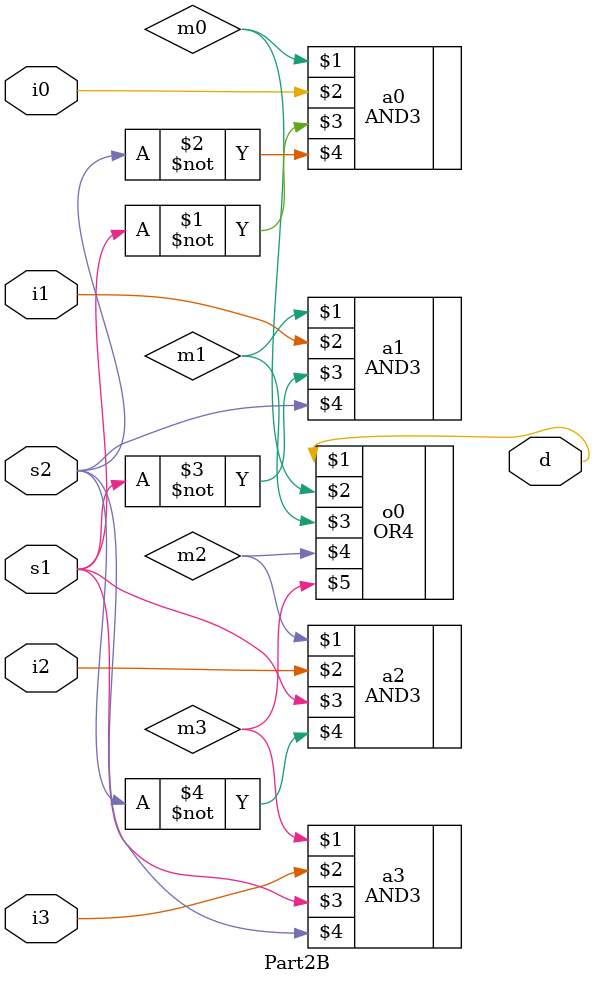
<source format=v>
`timescale 1ns / 1ps
module Part2B(
    input i0,
    input i1,
    input i2,
    input i3,
    input s1,
    input s2,
    output d
    );

	wire m1;
	wire m2;
	wire m3;
	wire m0;
	wire d;
	
	AND3 a0(m0, i0, ~s1, ~s2);
	AND3 a1(m1, i1, ~s1, s2);
	AND3 a2(m2, i2, s1, ~s2);
	AND3 a3(m3, i3, s1, s2);
	OR4  o0(d, m0, m1, m2, m3);
	


endmodule

</source>
